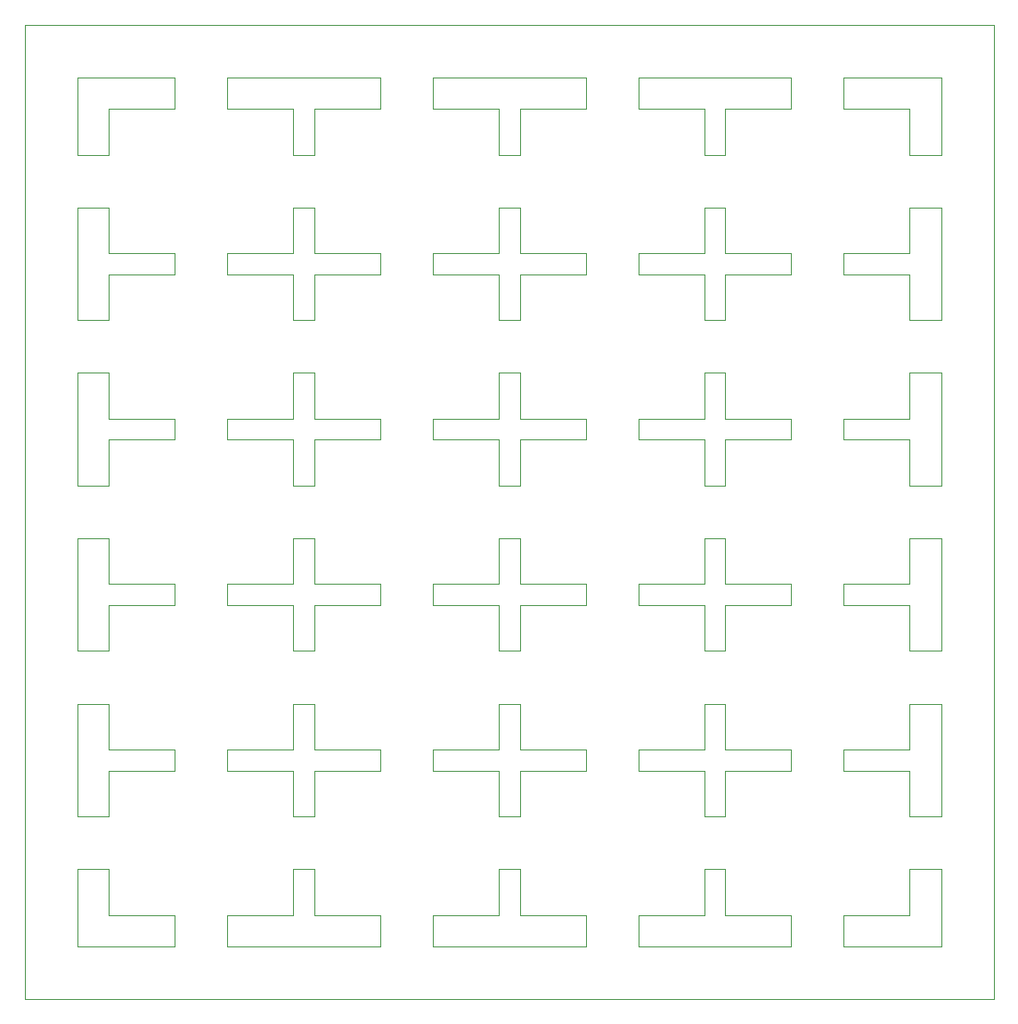
<source format=gbr>
%TF.GenerationSoftware,KiCad,Pcbnew,(6.0.6)*%
%TF.CreationDate,2022-08-19T10:36:33-07:00*%
%TF.ProjectId,panel,70616e65-6c2e-46b6-9963-61645f706362,rev?*%
%TF.SameCoordinates,PXe4e1c0PYe4e1c0*%
%TF.FileFunction,Profile,NP*%
%FSLAX46Y46*%
G04 Gerber Fmt 4.6, Leading zero omitted, Abs format (unit mm)*
G04 Created by KiCad (PCBNEW (6.0.6)) date 2022-08-19 10:36:33*
%MOMM*%
%LPD*%
G01*
G04 APERTURE LIST*
%TA.AperFunction,Profile*%
%ADD10C,0.100000*%
%TD*%
G04 APERTURE END LIST*
D10*
X25520000Y-64510000D02*
X27520000Y-64510000D01*
X84100000Y-37430000D02*
X84100000Y-33075000D01*
X19260000Y-5000000D02*
X33785000Y-5000000D01*
X8000000Y-70870000D02*
X8000000Y-75225000D01*
X45050000Y-64510000D02*
X47050000Y-64510000D01*
X84100000Y-55150000D02*
X77840000Y-55150000D01*
X5000000Y-12360000D02*
X5000000Y-5000000D01*
X66580000Y-64510000D02*
X66580000Y-68870000D01*
X87100000Y-48790000D02*
X87100000Y-59510000D01*
X77840000Y-5000000D02*
X87100000Y-5000000D01*
X8000000Y-68870000D02*
X14260000Y-68870000D01*
X45050000Y-59510000D02*
X45050000Y-55150000D01*
X45050000Y-23720000D02*
X38785000Y-23720000D01*
X8000000Y-17360000D02*
X8000000Y-21720000D01*
X66580000Y-84580000D02*
X72840000Y-84580000D01*
X8000000Y-33075000D02*
X8000000Y-37430000D01*
X0Y-92580000D02*
X92100000Y-92580000D01*
X5000000Y-28075000D02*
X5000000Y-17360000D01*
X8000000Y-12360000D02*
X5000000Y-12360000D01*
X45050000Y-48790000D02*
X47050000Y-48790000D01*
X27520000Y-28075000D02*
X25520000Y-28075000D01*
X77840000Y-84580000D02*
X84100000Y-84580000D01*
X66580000Y-37430000D02*
X72840000Y-37430000D01*
X5000000Y-59510000D02*
X5000000Y-48790000D01*
X66580000Y-43790000D02*
X64580000Y-43790000D01*
X66580000Y-8000000D02*
X66580000Y-12360000D01*
X64580000Y-28075000D02*
X64580000Y-23720000D01*
X66580000Y-59510000D02*
X64580000Y-59510000D01*
X27520000Y-68870000D02*
X33785000Y-68870000D01*
X87100000Y-17360000D02*
X87100000Y-28075000D01*
X8000000Y-21720000D02*
X14260000Y-21720000D01*
X64580000Y-75225000D02*
X64580000Y-70870000D01*
X38785000Y-37430000D02*
X45050000Y-37430000D01*
X47050000Y-17360000D02*
X47050000Y-21720000D01*
X64580000Y-84580000D02*
X64580000Y-80225000D01*
X38785000Y-21720000D02*
X45050000Y-21720000D01*
X84100000Y-70870000D02*
X77840000Y-70870000D01*
X72840000Y-70870000D02*
X66580000Y-70870000D01*
X64580000Y-64510000D02*
X66580000Y-64510000D01*
X27520000Y-84580000D02*
X33785000Y-84580000D01*
X45050000Y-39430000D02*
X38785000Y-39430000D01*
X84100000Y-33075000D02*
X87100000Y-33075000D01*
X27520000Y-75225000D02*
X25520000Y-75225000D01*
X47050000Y-37430000D02*
X53315000Y-37430000D01*
X64580000Y-70870000D02*
X58315000Y-70870000D01*
X27520000Y-39430000D02*
X27520000Y-43790000D01*
X8000000Y-37430000D02*
X14260000Y-37430000D01*
X8000000Y-64510000D02*
X8000000Y-68870000D01*
X58315000Y-87580000D02*
X58315000Y-84580000D01*
X84100000Y-64510000D02*
X87100000Y-64510000D01*
X72840000Y-55150000D02*
X66580000Y-55150000D01*
X5000000Y-43790000D02*
X5000000Y-33075000D01*
X72840000Y-53150000D02*
X72840000Y-55150000D01*
X58315000Y-5000000D02*
X72840000Y-5000000D01*
X53315000Y-84580000D02*
X53315000Y-87580000D01*
X66580000Y-53150000D02*
X72840000Y-53150000D01*
X27520000Y-53150000D02*
X33785000Y-53150000D01*
X64580000Y-39430000D02*
X58315000Y-39430000D01*
X64580000Y-68870000D02*
X64580000Y-64510000D01*
X77840000Y-53150000D02*
X84100000Y-53150000D01*
X72840000Y-87580000D02*
X58315000Y-87580000D01*
X84100000Y-39430000D02*
X77840000Y-39430000D01*
X87100000Y-28075000D02*
X84100000Y-28075000D01*
X25520000Y-75225000D02*
X25520000Y-70870000D01*
X45050000Y-53150000D02*
X45050000Y-48790000D01*
X5000000Y-80225000D02*
X8000000Y-80225000D01*
X84100000Y-59510000D02*
X84100000Y-55150000D01*
X19260000Y-53150000D02*
X25520000Y-53150000D01*
X14260000Y-8000000D02*
X8000000Y-8000000D01*
X14260000Y-39430000D02*
X8000000Y-39430000D01*
X38785000Y-39430000D02*
X38785000Y-37430000D01*
X14260000Y-21720000D02*
X14260000Y-23720000D01*
X27520000Y-21720000D02*
X33785000Y-21720000D01*
X47050000Y-28075000D02*
X45050000Y-28075000D01*
X33785000Y-37430000D02*
X33785000Y-39430000D01*
X14260000Y-5000000D02*
X14260000Y-8000000D01*
X25520000Y-8000000D02*
X19260000Y-8000000D01*
X19260000Y-37430000D02*
X25520000Y-37430000D01*
X14260000Y-70870000D02*
X8000000Y-70870000D01*
X53315000Y-53150000D02*
X53315000Y-55150000D01*
X38785000Y-87580000D02*
X38785000Y-84580000D01*
X66580000Y-17360000D02*
X66580000Y-21720000D01*
X47050000Y-8000000D02*
X47050000Y-12360000D01*
X53315000Y-68870000D02*
X53315000Y-70870000D01*
X33785000Y-53150000D02*
X33785000Y-55150000D01*
X84100000Y-28075000D02*
X84100000Y-23720000D01*
X33785000Y-5000000D02*
X33785000Y-8000000D01*
X66580000Y-33075000D02*
X66580000Y-37430000D01*
X47050000Y-75225000D02*
X45050000Y-75225000D01*
X8000000Y-55150000D02*
X8000000Y-59510000D01*
X66580000Y-75225000D02*
X64580000Y-75225000D01*
X19260000Y-21720000D02*
X25520000Y-21720000D01*
X8000000Y-39430000D02*
X8000000Y-43790000D01*
X25520000Y-59510000D02*
X25520000Y-55150000D01*
X87100000Y-12360000D02*
X84100000Y-12360000D01*
X27520000Y-64510000D02*
X27520000Y-68870000D01*
X53315000Y-23720000D02*
X47050000Y-23720000D01*
X38785000Y-53150000D02*
X45050000Y-53150000D01*
X66580000Y-68870000D02*
X72840000Y-68870000D01*
X25520000Y-70870000D02*
X19260000Y-70870000D01*
X19260000Y-68870000D02*
X25520000Y-68870000D01*
X84100000Y-12360000D02*
X84100000Y-8000000D01*
X27520000Y-70870000D02*
X27520000Y-75225000D01*
X45050000Y-17360000D02*
X47050000Y-17360000D01*
X27520000Y-8000000D02*
X27520000Y-12360000D01*
X64580000Y-33075000D02*
X66580000Y-33075000D01*
X66580000Y-48790000D02*
X66580000Y-53150000D01*
X45050000Y-21720000D02*
X45050000Y-17360000D01*
X8000000Y-84580000D02*
X14260000Y-84580000D01*
X5000000Y-64510000D02*
X8000000Y-64510000D01*
X84100000Y-8000000D02*
X77840000Y-8000000D01*
X38785000Y-70870000D02*
X38785000Y-68870000D01*
X38785000Y-5000000D02*
X53315000Y-5000000D01*
X58315000Y-37430000D02*
X64580000Y-37430000D01*
X25520000Y-48790000D02*
X27520000Y-48790000D01*
X25520000Y-12360000D02*
X25520000Y-8000000D01*
X64580000Y-80225000D02*
X66580000Y-80225000D01*
X8000000Y-28075000D02*
X5000000Y-28075000D01*
X72840000Y-37430000D02*
X72840000Y-39430000D01*
X14260000Y-53150000D02*
X14260000Y-55150000D01*
X66580000Y-23720000D02*
X66580000Y-28075000D01*
X45050000Y-84580000D02*
X45050000Y-80225000D01*
X66580000Y-80225000D02*
X66580000Y-84580000D01*
X8000000Y-75225000D02*
X5000000Y-75225000D01*
X72840000Y-39430000D02*
X66580000Y-39430000D01*
X47050000Y-59510000D02*
X45050000Y-59510000D01*
X33785000Y-70870000D02*
X27520000Y-70870000D01*
X27520000Y-37430000D02*
X33785000Y-37430000D01*
X38785000Y-23720000D02*
X38785000Y-21720000D01*
X8000000Y-80225000D02*
X8000000Y-84580000D01*
X77840000Y-39430000D02*
X77840000Y-37430000D01*
X33785000Y-39430000D02*
X27520000Y-39430000D01*
X53315000Y-21720000D02*
X53315000Y-23720000D01*
X33785000Y-23720000D02*
X27520000Y-23720000D01*
X87100000Y-64510000D02*
X87100000Y-75225000D01*
X45050000Y-70870000D02*
X38785000Y-70870000D01*
X33785000Y-87580000D02*
X19260000Y-87580000D01*
X64580000Y-53150000D02*
X64580000Y-48790000D01*
X38785000Y-68870000D02*
X45050000Y-68870000D01*
X45050000Y-55150000D02*
X38785000Y-55150000D01*
X45050000Y-12360000D02*
X45050000Y-8000000D01*
X27520000Y-80225000D02*
X27520000Y-84580000D01*
X38785000Y-55150000D02*
X38785000Y-53150000D01*
X33785000Y-84580000D02*
X33785000Y-87580000D01*
X25520000Y-55150000D02*
X19260000Y-55150000D01*
X27520000Y-55150000D02*
X27520000Y-59510000D01*
X25520000Y-23720000D02*
X19260000Y-23720000D01*
X8000000Y-48790000D02*
X8000000Y-53150000D01*
X38785000Y-8000000D02*
X38785000Y-5000000D01*
X45050000Y-43790000D02*
X45050000Y-39430000D01*
X47050000Y-39430000D02*
X47050000Y-43790000D01*
X14260000Y-23720000D02*
X8000000Y-23720000D01*
X72840000Y-21720000D02*
X72840000Y-23720000D01*
X47050000Y-84580000D02*
X53315000Y-84580000D01*
X25520000Y-21720000D02*
X25520000Y-17360000D01*
X64580000Y-59510000D02*
X64580000Y-55150000D01*
X19260000Y-55150000D02*
X19260000Y-53150000D01*
X58315000Y-84580000D02*
X64580000Y-84580000D01*
X27520000Y-48790000D02*
X27520000Y-53150000D01*
X47050000Y-23720000D02*
X47050000Y-28075000D01*
X66580000Y-39430000D02*
X66580000Y-43790000D01*
X53315000Y-55150000D02*
X47050000Y-55150000D01*
X72840000Y-68870000D02*
X72840000Y-70870000D01*
X8000000Y-53150000D02*
X14260000Y-53150000D01*
X19260000Y-70870000D02*
X19260000Y-68870000D01*
X64580000Y-17360000D02*
X66580000Y-17360000D01*
X19260000Y-87580000D02*
X19260000Y-84580000D01*
X45050000Y-80225000D02*
X47050000Y-80225000D01*
X14260000Y-37430000D02*
X14260000Y-39430000D01*
X84100000Y-43790000D02*
X84100000Y-39430000D01*
X77840000Y-87580000D02*
X77840000Y-84580000D01*
X64580000Y-23720000D02*
X58315000Y-23720000D01*
X72840000Y-5000000D02*
X72840000Y-8000000D01*
X25520000Y-17360000D02*
X27520000Y-17360000D01*
X5000000Y-87580000D02*
X5000000Y-80225000D01*
X19260000Y-23720000D02*
X19260000Y-21720000D01*
X84100000Y-21720000D02*
X84100000Y-17360000D01*
X47050000Y-12360000D02*
X45050000Y-12360000D01*
X77840000Y-70870000D02*
X77840000Y-68870000D01*
X58315000Y-55150000D02*
X58315000Y-53150000D01*
X47050000Y-43790000D02*
X45050000Y-43790000D01*
X45050000Y-68870000D02*
X45050000Y-64510000D01*
X14260000Y-84580000D02*
X14260000Y-87580000D01*
X84100000Y-17360000D02*
X87100000Y-17360000D01*
X14260000Y-68870000D02*
X14260000Y-70870000D01*
X84100000Y-68870000D02*
X84100000Y-64510000D01*
X47050000Y-48790000D02*
X47050000Y-53150000D01*
X84100000Y-48790000D02*
X87100000Y-48790000D01*
X64580000Y-55150000D02*
X58315000Y-55150000D01*
X64580000Y-8000000D02*
X58315000Y-8000000D01*
X47050000Y-80225000D02*
X47050000Y-84580000D01*
X33785000Y-68870000D02*
X33785000Y-70870000D01*
X64580000Y-48790000D02*
X66580000Y-48790000D01*
X25520000Y-33075000D02*
X27520000Y-33075000D01*
X72840000Y-23720000D02*
X66580000Y-23720000D01*
X58315000Y-70870000D02*
X58315000Y-68870000D01*
X92100000Y-92580000D02*
X92100000Y0D01*
X53315000Y-37430000D02*
X53315000Y-39430000D01*
X19260000Y-84580000D02*
X25520000Y-84580000D01*
X64580000Y-21720000D02*
X64580000Y-17360000D01*
X5000000Y-33075000D02*
X8000000Y-33075000D01*
X92100000Y0D02*
X0Y0D01*
X33785000Y-8000000D02*
X27520000Y-8000000D01*
X8000000Y-23720000D02*
X8000000Y-28075000D01*
X87100000Y-75225000D02*
X84100000Y-75225000D01*
X27520000Y-12360000D02*
X25520000Y-12360000D01*
X66580000Y-55150000D02*
X66580000Y-59510000D01*
X66580000Y-12360000D02*
X64580000Y-12360000D01*
X64580000Y-43790000D02*
X64580000Y-39430000D01*
X53315000Y-5000000D02*
X53315000Y-8000000D01*
X72840000Y-8000000D02*
X66580000Y-8000000D01*
X27520000Y-23720000D02*
X27520000Y-28075000D01*
X53315000Y-8000000D02*
X47050000Y-8000000D01*
X45050000Y-28075000D02*
X45050000Y-23720000D01*
X77840000Y-8000000D02*
X77840000Y-5000000D01*
X58315000Y-68870000D02*
X64580000Y-68870000D01*
X45050000Y-8000000D02*
X38785000Y-8000000D01*
X19260000Y-39430000D02*
X19260000Y-37430000D01*
X84100000Y-53150000D02*
X84100000Y-48790000D01*
X8000000Y-43790000D02*
X5000000Y-43790000D01*
X27520000Y-59510000D02*
X25520000Y-59510000D01*
X25520000Y-28075000D02*
X25520000Y-23720000D01*
X8000000Y-8000000D02*
X8000000Y-12360000D01*
X72840000Y-84580000D02*
X72840000Y-87580000D01*
X66580000Y-70870000D02*
X66580000Y-75225000D01*
X8000000Y-59510000D02*
X5000000Y-59510000D01*
X45050000Y-37430000D02*
X45050000Y-33075000D01*
X77840000Y-68870000D02*
X84100000Y-68870000D01*
X5000000Y-17360000D02*
X8000000Y-17360000D01*
X87100000Y-43790000D02*
X84100000Y-43790000D01*
X27520000Y-17360000D02*
X27520000Y-21720000D01*
X84100000Y-80225000D02*
X87100000Y-80225000D01*
X53315000Y-70870000D02*
X47050000Y-70870000D01*
X77840000Y-21720000D02*
X84100000Y-21720000D01*
X58315000Y-53150000D02*
X64580000Y-53150000D01*
X47050000Y-64510000D02*
X47050000Y-68870000D01*
X47050000Y-68870000D02*
X53315000Y-68870000D01*
X53315000Y-39430000D02*
X47050000Y-39430000D01*
X25520000Y-68870000D02*
X25520000Y-64510000D01*
X77840000Y-55150000D02*
X77840000Y-53150000D01*
X25520000Y-84580000D02*
X25520000Y-80225000D01*
X47050000Y-21720000D02*
X53315000Y-21720000D01*
X5000000Y-75225000D02*
X5000000Y-64510000D01*
X0Y0D02*
X0Y-92580000D01*
X84100000Y-75225000D02*
X84100000Y-70870000D01*
X87100000Y-5000000D02*
X87100000Y-12360000D01*
X66580000Y-21720000D02*
X72840000Y-21720000D01*
X58315000Y-21720000D02*
X64580000Y-21720000D01*
X5000000Y-48790000D02*
X8000000Y-48790000D01*
X25520000Y-53150000D02*
X25520000Y-48790000D01*
X77840000Y-37430000D02*
X84100000Y-37430000D01*
X77840000Y-23720000D02*
X77840000Y-21720000D01*
X25520000Y-80225000D02*
X27520000Y-80225000D01*
X25520000Y-43790000D02*
X25520000Y-39430000D01*
X47050000Y-70870000D02*
X47050000Y-75225000D01*
X58315000Y-8000000D02*
X58315000Y-5000000D01*
X87100000Y-59510000D02*
X84100000Y-59510000D01*
X87100000Y-80225000D02*
X87100000Y-87580000D01*
X45050000Y-33075000D02*
X47050000Y-33075000D01*
X25520000Y-37430000D02*
X25520000Y-33075000D01*
X47050000Y-33075000D02*
X47050000Y-37430000D01*
X38785000Y-84580000D02*
X45050000Y-84580000D01*
X27520000Y-33075000D02*
X27520000Y-37430000D01*
X47050000Y-53150000D02*
X53315000Y-53150000D01*
X53315000Y-87580000D02*
X38785000Y-87580000D01*
X87100000Y-33075000D02*
X87100000Y-43790000D01*
X84100000Y-23720000D02*
X77840000Y-23720000D01*
X19260000Y-8000000D02*
X19260000Y-5000000D01*
X5000000Y-5000000D02*
X14260000Y-5000000D01*
X58315000Y-23720000D02*
X58315000Y-21720000D01*
X45050000Y-75225000D02*
X45050000Y-70870000D01*
X64580000Y-37430000D02*
X64580000Y-33075000D01*
X64580000Y-12360000D02*
X64580000Y-8000000D01*
X84100000Y-84580000D02*
X84100000Y-80225000D01*
X66580000Y-28075000D02*
X64580000Y-28075000D01*
X14260000Y-87580000D02*
X5000000Y-87580000D01*
X33785000Y-55150000D02*
X27520000Y-55150000D01*
X47050000Y-55150000D02*
X47050000Y-59510000D01*
X87100000Y-87580000D02*
X77840000Y-87580000D01*
X58315000Y-39430000D02*
X58315000Y-37430000D01*
X33785000Y-21720000D02*
X33785000Y-23720000D01*
X14260000Y-55150000D02*
X8000000Y-55150000D01*
X25520000Y-39430000D02*
X19260000Y-39430000D01*
X27520000Y-43790000D02*
X25520000Y-43790000D01*
M02*

</source>
